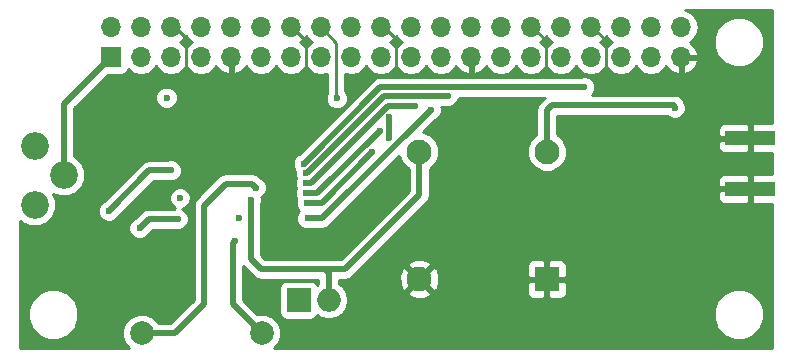
<source format=gbr>
G04 #@! TF.FileFunction,Copper,L2,Bot,Signal*
%FSLAX46Y46*%
G04 Gerber Fmt 4.6, Leading zero omitted, Abs format (unit mm)*
G04 Created by KiCad (PCBNEW 4.0.5) date 03/21/17 11:14:39*
%MOMM*%
%LPD*%
G01*
G04 APERTURE LIST*
%ADD10C,0.100000*%
%ADD11R,1.700000X1.700000*%
%ADD12O,1.700000X1.700000*%
%ADD13C,2.100000*%
%ADD14R,2.100000X2.100000*%
%ADD15C,1.998980*%
%ADD16O,1.998980X1.998980*%
%ADD17R,1.998980X1.998980*%
%ADD18C,2.340000*%
%ADD19R,4.191000X1.270000*%
%ADD20C,0.600000*%
%ADD21C,0.500000*%
%ADD22C,0.250000*%
%ADD23C,0.254000*%
G04 APERTURE END LIST*
D10*
D11*
X122618500Y-36068000D03*
D12*
X122618500Y-33528000D03*
X125158500Y-36068000D03*
X125158500Y-33528000D03*
X127698500Y-36068000D03*
X127698500Y-33528000D03*
X130238500Y-36068000D03*
X130238500Y-33528000D03*
X132778500Y-36068000D03*
X132778500Y-33528000D03*
X135318500Y-36068000D03*
X135318500Y-33528000D03*
X137858500Y-36068000D03*
X137858500Y-33528000D03*
X140398500Y-36068000D03*
X140398500Y-33528000D03*
X142938500Y-36068000D03*
X142938500Y-33528000D03*
X145478500Y-36068000D03*
X145478500Y-33528000D03*
X148018500Y-36068000D03*
X148018500Y-33528000D03*
X150558500Y-36068000D03*
X150558500Y-33528000D03*
X153098500Y-36068000D03*
X153098500Y-33528000D03*
X155638500Y-36068000D03*
X155638500Y-33528000D03*
X158178500Y-36068000D03*
X158178500Y-33528000D03*
X160718500Y-36068000D03*
X160718500Y-33528000D03*
X163258500Y-36068000D03*
X163258500Y-33528000D03*
X165798500Y-36068000D03*
X165798500Y-33528000D03*
X168338500Y-36068000D03*
X168338500Y-33528000D03*
X170878500Y-36068000D03*
X170878500Y-33528000D03*
D13*
X148717000Y-44069000D03*
X148717000Y-54869000D03*
D14*
X159517000Y-54869000D03*
D13*
X159517000Y-44069000D03*
D15*
X135366760Y-59436000D03*
X125206760Y-59436000D03*
D16*
X141033500Y-56642000D03*
D17*
X138493500Y-56642000D03*
D18*
X116141500Y-48561000D03*
X118641500Y-46061000D03*
X116141500Y-43561000D03*
D19*
X176720500Y-47231300D03*
X176720500Y-42938700D03*
D20*
X133477000Y-49657000D03*
X128460500Y-48006000D03*
X127317500Y-39497000D03*
X164147500Y-41529000D03*
X169989500Y-53784500D03*
X152273000Y-54864000D03*
X139382500Y-42227500D03*
X123888500Y-49593500D03*
X173672500Y-39814500D03*
X167005000Y-55880000D03*
X133985000Y-45148500D03*
X137287000Y-40068500D03*
X136271000Y-38862000D03*
X135572500Y-56324500D03*
X129222500Y-41084500D03*
X124269500Y-39116000D03*
X152527000Y-42608500D03*
X151765000Y-48831500D03*
X158178500Y-48831500D03*
X119507000Y-54165500D03*
X117221000Y-53276500D03*
X133096000Y-51625500D03*
X176720500Y-42938700D03*
X176720500Y-47231300D03*
X129476500Y-45021500D03*
X129095500Y-51054000D03*
X129476500Y-48450500D03*
X129730500Y-47688500D03*
X128270000Y-49784000D03*
X125031500Y-50546000D03*
X134874000Y-47117000D03*
X170370500Y-40386000D03*
X134429500Y-48133000D03*
X141732000Y-39560500D03*
X139192000Y-48387000D03*
X144716500Y-44132500D03*
X145351500Y-42291000D03*
X139128500Y-47561500D03*
X146177000Y-42926000D03*
X146177000Y-41148000D03*
X149669500Y-40513000D03*
X139255500Y-49720500D03*
X139128500Y-46736000D03*
X148336000Y-40195500D03*
X151130000Y-39370000D03*
X139128500Y-45910500D03*
X162687000Y-38608000D03*
X138938000Y-45085000D03*
X127698500Y-45656500D03*
X122428000Y-49085500D03*
D21*
X118641500Y-46061000D02*
X118641500Y-40045000D01*
X118641500Y-40045000D02*
X122618500Y-36068000D01*
X132905500Y-56974740D02*
X135366760Y-59436000D01*
X132905500Y-51816000D02*
X132905500Y-56974740D01*
X133096000Y-51625500D02*
X132905500Y-51816000D01*
D22*
X158178500Y-33528000D02*
X158305500Y-33528000D01*
X158305500Y-33528000D02*
X159448500Y-34671000D01*
X159448500Y-34671000D02*
X159448500Y-36957000D01*
X163258500Y-33528000D02*
X163385500Y-33528000D01*
X163385500Y-33528000D02*
X164528500Y-34671000D01*
X164528500Y-34671000D02*
X164528500Y-36893500D01*
X145478500Y-33528000D02*
X145732500Y-33528000D01*
X145732500Y-33528000D02*
X146748500Y-34544000D01*
X146748500Y-34544000D02*
X146748500Y-36893500D01*
X137858500Y-33528000D02*
X137922000Y-33528000D01*
X137922000Y-33528000D02*
X139128500Y-34734500D01*
X139128500Y-34734500D02*
X139128500Y-36893500D01*
X127698500Y-33528000D02*
X128016000Y-33528000D01*
X128016000Y-33528000D02*
X128968500Y-34480500D01*
X128968500Y-34480500D02*
X128968500Y-36830000D01*
D21*
X125793500Y-49784000D02*
X128270000Y-49784000D01*
X125031500Y-50546000D02*
X125793500Y-49784000D01*
X134874000Y-47117000D02*
X134556500Y-46799500D01*
X134556500Y-46799500D02*
X133858000Y-46799500D01*
X128016000Y-59436000D02*
X125206760Y-59436000D01*
X132334000Y-46799500D02*
X133858000Y-46799500D01*
X130492500Y-48641000D02*
X132334000Y-46799500D01*
X130492500Y-56959500D02*
X130492500Y-48641000D01*
X128016000Y-59436000D02*
X130492500Y-56959500D01*
X170243500Y-40132000D02*
X170243500Y-40259000D01*
X170243500Y-40259000D02*
X170370500Y-40386000D01*
X159517000Y-44069000D02*
X159517000Y-40571500D01*
X159956500Y-40132000D02*
X170243500Y-40132000D01*
X170243500Y-40132000D02*
X170307000Y-40132000D01*
X159517000Y-40571500D02*
X159956500Y-40132000D01*
X134429500Y-53149500D02*
X134429500Y-48133000D01*
X135318500Y-54038500D02*
X134429500Y-53149500D01*
X140716000Y-54038500D02*
X135318500Y-54038500D01*
X141033500Y-56642000D02*
X141033500Y-54356000D01*
X141033500Y-54356000D02*
X140716000Y-54038500D01*
X148717000Y-44069000D02*
X148717000Y-47752000D01*
X142430500Y-54038500D02*
X140716000Y-54038500D01*
X148717000Y-47752000D02*
X142430500Y-54038500D01*
D22*
X141668500Y-34861500D02*
X141668500Y-39243000D01*
X141668500Y-39243000D02*
X141732000Y-39560500D01*
X140398500Y-33528000D02*
X141668500Y-34861500D01*
D21*
X139192000Y-48387000D02*
X140462000Y-48387000D01*
X140462000Y-48387000D02*
X144716500Y-44132500D01*
X140081000Y-47561500D02*
X145351500Y-42291000D01*
X139128500Y-47561500D02*
X140081000Y-47561500D01*
X146177000Y-41148000D02*
X146177000Y-42926000D01*
X140462000Y-49720500D02*
X149669500Y-40513000D01*
X139255500Y-49720500D02*
X140462000Y-49720500D01*
X139128500Y-46736000D02*
X139509500Y-46736000D01*
X146050000Y-40195500D02*
X148336000Y-40195500D01*
X139509500Y-46736000D02*
X146050000Y-40195500D01*
X139192000Y-45910500D02*
X145732500Y-39370000D01*
X145732500Y-39370000D02*
X151130000Y-39370000D01*
X139128500Y-45910500D02*
X139192000Y-45910500D01*
X145415000Y-38608000D02*
X162687000Y-38608000D01*
X138938000Y-45085000D02*
X145415000Y-38608000D01*
X122428000Y-49085500D02*
X125857000Y-45656500D01*
X125857000Y-45656500D02*
X127698500Y-45656500D01*
D23*
G36*
X178550500Y-41668700D02*
X177006250Y-41668700D01*
X176847500Y-41827450D01*
X176847500Y-42811700D01*
X176867500Y-42811700D01*
X176867500Y-43065700D01*
X176847500Y-43065700D01*
X176847500Y-44049950D01*
X177006250Y-44208700D01*
X178550500Y-44208700D01*
X178550500Y-45961300D01*
X177006250Y-45961300D01*
X176847500Y-46120050D01*
X176847500Y-47104300D01*
X176867500Y-47104300D01*
X176867500Y-47358300D01*
X176847500Y-47358300D01*
X176847500Y-48342550D01*
X177006250Y-48501300D01*
X178550500Y-48501300D01*
X178550500Y-60694500D01*
X136419600Y-60694500D01*
X136751606Y-60363073D01*
X137000966Y-59762547D01*
X137001534Y-59112306D01*
X136753222Y-58511345D01*
X136293833Y-58051154D01*
X135693307Y-57801794D01*
X135043066Y-57801226D01*
X135000962Y-57818623D01*
X133790500Y-56608160D01*
X133790500Y-53755520D01*
X133803710Y-53775290D01*
X134692708Y-54664287D01*
X134692710Y-54664290D01*
X134979825Y-54856133D01*
X135036016Y-54867310D01*
X135318500Y-54923501D01*
X135318505Y-54923500D01*
X140148500Y-54923500D01*
X140148500Y-55283929D01*
X140056423Y-55345453D01*
X139957080Y-55191069D01*
X139744880Y-55046079D01*
X139492990Y-54995070D01*
X137494010Y-54995070D01*
X137258693Y-55039348D01*
X137042569Y-55178420D01*
X136897579Y-55390620D01*
X136846570Y-55642510D01*
X136846570Y-57641490D01*
X136890848Y-57876807D01*
X137029920Y-58092931D01*
X137242120Y-58237921D01*
X137494010Y-58288930D01*
X139492990Y-58288930D01*
X139728307Y-58244652D01*
X139944431Y-58105580D01*
X140057890Y-57939527D01*
X140375986Y-58152072D01*
X141001478Y-58276490D01*
X141065522Y-58276490D01*
X141091538Y-58271315D01*
X173632630Y-58271315D01*
X173956980Y-59056300D01*
X174557041Y-59657409D01*
X175341459Y-59983128D01*
X176190815Y-59983870D01*
X176975800Y-59659520D01*
X177576909Y-59059459D01*
X177902628Y-58275041D01*
X177903370Y-57425685D01*
X177579020Y-56640700D01*
X176978959Y-56039591D01*
X176194541Y-55713872D01*
X175345185Y-55713130D01*
X174560200Y-56037480D01*
X173959091Y-56637541D01*
X173633372Y-57421959D01*
X173632630Y-58271315D01*
X141091538Y-58271315D01*
X141691014Y-58152072D01*
X142221281Y-57797759D01*
X142575594Y-57267492D01*
X142700012Y-56642000D01*
X142583789Y-56057703D01*
X147707902Y-56057703D01*
X147812687Y-56329745D01*
X148440526Y-56564619D01*
X149110456Y-56541349D01*
X149621313Y-56329745D01*
X149726098Y-56057703D01*
X148717000Y-55048605D01*
X147707902Y-56057703D01*
X142583789Y-56057703D01*
X142575594Y-56016508D01*
X142221281Y-55486241D01*
X141918500Y-55283929D01*
X141918500Y-54923500D01*
X142430495Y-54923500D01*
X142430500Y-54923501D01*
X142712984Y-54867310D01*
X142769175Y-54856133D01*
X143056290Y-54664290D01*
X143128053Y-54592526D01*
X147021381Y-54592526D01*
X147044651Y-55262456D01*
X147256255Y-55773313D01*
X147528297Y-55878098D01*
X148537395Y-54869000D01*
X148896605Y-54869000D01*
X149905703Y-55878098D01*
X150177745Y-55773313D01*
X150409148Y-55154750D01*
X157832000Y-55154750D01*
X157832000Y-56045310D01*
X157928673Y-56278699D01*
X158107302Y-56457327D01*
X158340691Y-56554000D01*
X159231250Y-56554000D01*
X159390000Y-56395250D01*
X159390000Y-54996000D01*
X159644000Y-54996000D01*
X159644000Y-56395250D01*
X159802750Y-56554000D01*
X160693309Y-56554000D01*
X160926698Y-56457327D01*
X161105327Y-56278699D01*
X161202000Y-56045310D01*
X161202000Y-55154750D01*
X161043250Y-54996000D01*
X159644000Y-54996000D01*
X159390000Y-54996000D01*
X157990750Y-54996000D01*
X157832000Y-55154750D01*
X150409148Y-55154750D01*
X150412619Y-55145474D01*
X150389349Y-54475544D01*
X150177745Y-53964687D01*
X149905703Y-53859902D01*
X148896605Y-54869000D01*
X148537395Y-54869000D01*
X147528297Y-53859902D01*
X147256255Y-53964687D01*
X147021381Y-54592526D01*
X143128053Y-54592526D01*
X144040282Y-53680297D01*
X147707902Y-53680297D01*
X148717000Y-54689395D01*
X149713705Y-53692690D01*
X157832000Y-53692690D01*
X157832000Y-54583250D01*
X157990750Y-54742000D01*
X159390000Y-54742000D01*
X159390000Y-53342750D01*
X159644000Y-53342750D01*
X159644000Y-54742000D01*
X161043250Y-54742000D01*
X161202000Y-54583250D01*
X161202000Y-53692690D01*
X161105327Y-53459301D01*
X160926698Y-53280673D01*
X160693309Y-53184000D01*
X159802750Y-53184000D01*
X159644000Y-53342750D01*
X159390000Y-53342750D01*
X159231250Y-53184000D01*
X158340691Y-53184000D01*
X158107302Y-53280673D01*
X157928673Y-53459301D01*
X157832000Y-53692690D01*
X149713705Y-53692690D01*
X149726098Y-53680297D01*
X149621313Y-53408255D01*
X148993474Y-53173381D01*
X148323544Y-53196651D01*
X147812687Y-53408255D01*
X147707902Y-53680297D01*
X144040282Y-53680297D01*
X149342787Y-48377792D01*
X149342790Y-48377790D01*
X149506353Y-48133000D01*
X149534634Y-48090674D01*
X149602001Y-47752000D01*
X149602000Y-47751995D01*
X149602000Y-47517050D01*
X173990000Y-47517050D01*
X173990000Y-47992609D01*
X174086673Y-48225998D01*
X174265301Y-48404627D01*
X174498690Y-48501300D01*
X176434750Y-48501300D01*
X176593500Y-48342550D01*
X176593500Y-47358300D01*
X174148750Y-47358300D01*
X173990000Y-47517050D01*
X149602000Y-47517050D01*
X149602000Y-46469991D01*
X173990000Y-46469991D01*
X173990000Y-46945550D01*
X174148750Y-47104300D01*
X176593500Y-47104300D01*
X176593500Y-46120050D01*
X176434750Y-45961300D01*
X174498690Y-45961300D01*
X174265301Y-46057973D01*
X174086673Y-46236602D01*
X173990000Y-46469991D01*
X149602000Y-46469991D01*
X149602000Y-45526498D01*
X149670229Y-45498306D01*
X150144640Y-45024722D01*
X150401707Y-44405638D01*
X150402292Y-43735303D01*
X150146306Y-43115771D01*
X149672722Y-42641360D01*
X149053638Y-42384293D01*
X149049789Y-42384290D01*
X150078334Y-41355745D01*
X150198443Y-41306117D01*
X150461692Y-41043327D01*
X150604338Y-40699799D01*
X150604662Y-40327833D01*
X150574568Y-40255000D01*
X150823178Y-40255000D01*
X150943201Y-40304838D01*
X151315167Y-40305162D01*
X151658943Y-40163117D01*
X151922192Y-39900327D01*
X152064838Y-39556799D01*
X152064894Y-39493000D01*
X159350480Y-39493000D01*
X159330710Y-39506210D01*
X159330708Y-39506213D01*
X158891210Y-39945710D01*
X158699367Y-40232825D01*
X158693365Y-40263000D01*
X158631999Y-40571500D01*
X158632000Y-40571505D01*
X158632000Y-42611502D01*
X158563771Y-42639694D01*
X158089360Y-43113278D01*
X157832293Y-43732362D01*
X157831708Y-44402697D01*
X158087694Y-45022229D01*
X158561278Y-45496640D01*
X159180362Y-45753707D01*
X159850697Y-45754292D01*
X160470229Y-45498306D01*
X160944640Y-45024722D01*
X161201707Y-44405638D01*
X161202292Y-43735303D01*
X160991212Y-43224450D01*
X173990000Y-43224450D01*
X173990000Y-43700009D01*
X174086673Y-43933398D01*
X174265301Y-44112027D01*
X174498690Y-44208700D01*
X176434750Y-44208700D01*
X176593500Y-44049950D01*
X176593500Y-43065700D01*
X174148750Y-43065700D01*
X173990000Y-43224450D01*
X160991212Y-43224450D01*
X160946306Y-43115771D01*
X160472722Y-42641360D01*
X160402000Y-42611994D01*
X160402000Y-42177391D01*
X173990000Y-42177391D01*
X173990000Y-42652950D01*
X174148750Y-42811700D01*
X176593500Y-42811700D01*
X176593500Y-41827450D01*
X176434750Y-41668700D01*
X174498690Y-41668700D01*
X174265301Y-41765373D01*
X174086673Y-41944002D01*
X173990000Y-42177391D01*
X160402000Y-42177391D01*
X160402000Y-41017000D01*
X169679262Y-41017000D01*
X169840173Y-41178192D01*
X170183701Y-41320838D01*
X170555667Y-41321162D01*
X170899443Y-41179117D01*
X171162692Y-40916327D01*
X171305338Y-40572799D01*
X171305662Y-40200833D01*
X171163617Y-39857057D01*
X171130764Y-39824146D01*
X171124633Y-39793325D01*
X170932790Y-39506210D01*
X170645675Y-39314367D01*
X170307000Y-39247000D01*
X163370329Y-39247000D01*
X163479192Y-39138327D01*
X163621838Y-38794799D01*
X163622162Y-38422833D01*
X163480117Y-38079057D01*
X163217327Y-37815808D01*
X162873799Y-37673162D01*
X162501833Y-37672838D01*
X162380431Y-37723000D01*
X145415005Y-37723000D01*
X145415000Y-37722999D01*
X145076325Y-37790367D01*
X144789210Y-37982210D01*
X144789208Y-37982213D01*
X138529164Y-44242256D01*
X138409057Y-44291883D01*
X138145808Y-44554673D01*
X138003162Y-44898201D01*
X138002838Y-45270167D01*
X138144883Y-45613943D01*
X138211519Y-45680696D01*
X138193662Y-45723701D01*
X138193338Y-46095667D01*
X138287429Y-46323386D01*
X138193662Y-46549201D01*
X138193338Y-46921167D01*
X138287429Y-47148886D01*
X138193662Y-47374701D01*
X138193338Y-47746667D01*
X138319101Y-48051037D01*
X138257162Y-48200201D01*
X138256838Y-48572167D01*
X138398883Y-48915943D01*
X138568154Y-49085510D01*
X138463308Y-49190173D01*
X138320662Y-49533701D01*
X138320338Y-49905667D01*
X138462383Y-50249443D01*
X138725173Y-50512692D01*
X139068701Y-50655338D01*
X139440667Y-50655662D01*
X139562069Y-50605500D01*
X140461995Y-50605500D01*
X140462000Y-50605501D01*
X140761125Y-50546000D01*
X140800675Y-50538133D01*
X141087790Y-50346290D01*
X147031708Y-44402371D01*
X147031708Y-44402697D01*
X147287694Y-45022229D01*
X147761278Y-45496640D01*
X147832000Y-45526006D01*
X147832000Y-47385421D01*
X142063920Y-53153500D01*
X140716005Y-53153500D01*
X140716000Y-53153499D01*
X140715995Y-53153500D01*
X135685079Y-53153500D01*
X135314500Y-52782920D01*
X135314500Y-48439822D01*
X135364338Y-48319799D01*
X135364662Y-47947833D01*
X135356933Y-47929128D01*
X135402943Y-47910117D01*
X135666192Y-47647327D01*
X135808838Y-47303799D01*
X135809162Y-46931833D01*
X135667117Y-46588057D01*
X135404327Y-46324808D01*
X135283014Y-46274434D01*
X135182290Y-46173710D01*
X134895175Y-45981867D01*
X134835521Y-45970001D01*
X134556500Y-45914499D01*
X134556495Y-45914500D01*
X132334005Y-45914500D01*
X132334000Y-45914499D01*
X131995325Y-45981867D01*
X131708210Y-46173710D01*
X131708208Y-46173713D01*
X129866710Y-48015210D01*
X129674867Y-48302325D01*
X129674867Y-48302326D01*
X129607499Y-48641000D01*
X129607500Y-48641005D01*
X129607500Y-56592921D01*
X127649420Y-58551000D01*
X126609607Y-58551000D01*
X126593222Y-58511345D01*
X126133833Y-58051154D01*
X125533307Y-57801794D01*
X124883066Y-57801226D01*
X124282105Y-58049538D01*
X123821914Y-58508927D01*
X123572554Y-59109453D01*
X123571986Y-59759694D01*
X123820298Y-60360655D01*
X124153561Y-60694500D01*
X114946500Y-60694500D01*
X114946500Y-58271315D01*
X115593630Y-58271315D01*
X115917980Y-59056300D01*
X116518041Y-59657409D01*
X117302459Y-59983128D01*
X118151815Y-59983870D01*
X118936800Y-59659520D01*
X119537909Y-59059459D01*
X119863628Y-58275041D01*
X119864370Y-57425685D01*
X119540020Y-56640700D01*
X118939959Y-56039591D01*
X118155541Y-55713872D01*
X117306185Y-55713130D01*
X116521200Y-56037480D01*
X115920091Y-56637541D01*
X115594372Y-57421959D01*
X115593630Y-58271315D01*
X114946500Y-58271315D01*
X114946500Y-50731167D01*
X124096338Y-50731167D01*
X124238383Y-51074943D01*
X124501173Y-51338192D01*
X124844701Y-51480838D01*
X125216667Y-51481162D01*
X125560443Y-51339117D01*
X125823692Y-51076327D01*
X125874066Y-50955014D01*
X126160079Y-50669000D01*
X127963178Y-50669000D01*
X128083201Y-50718838D01*
X128455167Y-50719162D01*
X128798943Y-50577117D01*
X129062192Y-50314327D01*
X129204838Y-49970799D01*
X129205162Y-49598833D01*
X129063117Y-49255057D01*
X128800327Y-48991808D01*
X128662053Y-48934391D01*
X128989443Y-48799117D01*
X129252692Y-48536327D01*
X129395338Y-48192799D01*
X129395662Y-47820833D01*
X129253617Y-47477057D01*
X128990827Y-47213808D01*
X128647299Y-47071162D01*
X128275333Y-47070838D01*
X127931557Y-47212883D01*
X127668308Y-47475673D01*
X127525662Y-47819201D01*
X127525338Y-48191167D01*
X127667383Y-48534943D01*
X127930173Y-48798192D01*
X128068447Y-48855609D01*
X127963431Y-48899000D01*
X125793505Y-48899000D01*
X125793500Y-48898999D01*
X125511016Y-48955190D01*
X125454825Y-48966367D01*
X125167710Y-49158210D01*
X125167708Y-49158213D01*
X124622665Y-49703256D01*
X124502557Y-49752883D01*
X124239308Y-50015673D01*
X124096662Y-50359201D01*
X124096338Y-50731167D01*
X114946500Y-50731167D01*
X114946500Y-49918798D01*
X115117715Y-50090312D01*
X115780888Y-50365686D01*
X116498962Y-50366313D01*
X117162615Y-50092097D01*
X117670812Y-49584785D01*
X117801245Y-49270667D01*
X121492838Y-49270667D01*
X121634883Y-49614443D01*
X121897673Y-49877692D01*
X122241201Y-50020338D01*
X122613167Y-50020662D01*
X122956943Y-49878617D01*
X123220192Y-49615827D01*
X123270566Y-49494514D01*
X126223579Y-46541500D01*
X127391678Y-46541500D01*
X127511701Y-46591338D01*
X127883667Y-46591662D01*
X128227443Y-46449617D01*
X128490692Y-46186827D01*
X128633338Y-45843299D01*
X128633662Y-45471333D01*
X128491617Y-45127557D01*
X128228827Y-44864308D01*
X127885299Y-44721662D01*
X127513333Y-44721338D01*
X127391931Y-44771500D01*
X125857000Y-44771500D01*
X125518325Y-44838867D01*
X125231210Y-45030710D01*
X125231208Y-45030713D01*
X122019164Y-48242756D01*
X121899057Y-48292383D01*
X121635808Y-48555173D01*
X121493162Y-48898701D01*
X121492838Y-49270667D01*
X117801245Y-49270667D01*
X117946186Y-48921612D01*
X117946813Y-48203538D01*
X117709115Y-47628265D01*
X118280888Y-47865686D01*
X118998962Y-47866313D01*
X119662615Y-47592097D01*
X120170812Y-47084785D01*
X120446186Y-46421612D01*
X120446813Y-45703538D01*
X120172597Y-45039885D01*
X119665285Y-44531688D01*
X119526500Y-44474059D01*
X119526500Y-40411580D01*
X120255912Y-39682167D01*
X126382338Y-39682167D01*
X126524383Y-40025943D01*
X126787173Y-40289192D01*
X127130701Y-40431838D01*
X127502667Y-40432162D01*
X127846443Y-40290117D01*
X128109692Y-40027327D01*
X128252338Y-39683799D01*
X128252662Y-39311833D01*
X128110617Y-38968057D01*
X127847827Y-38704808D01*
X127504299Y-38562162D01*
X127132333Y-38561838D01*
X126788557Y-38703883D01*
X126525308Y-38966673D01*
X126382662Y-39310201D01*
X126382338Y-39682167D01*
X120255912Y-39682167D01*
X122372639Y-37565440D01*
X123468500Y-37565440D01*
X123703817Y-37521162D01*
X123919941Y-37382090D01*
X124064931Y-37169890D01*
X124078586Y-37102459D01*
X124108446Y-37147147D01*
X124590215Y-37469054D01*
X125158500Y-37582093D01*
X125726785Y-37469054D01*
X126208554Y-37147147D01*
X126428500Y-36817974D01*
X126648446Y-37147147D01*
X127130215Y-37469054D01*
X127698500Y-37582093D01*
X128266785Y-37469054D01*
X128748554Y-37147147D01*
X128968500Y-36817974D01*
X129188446Y-37147147D01*
X129670215Y-37469054D01*
X130238500Y-37582093D01*
X130806785Y-37469054D01*
X131288554Y-37147147D01*
X131516202Y-36806447D01*
X131583317Y-36949358D01*
X132011576Y-37339645D01*
X132421610Y-37509476D01*
X132651500Y-37388155D01*
X132651500Y-36195000D01*
X132631500Y-36195000D01*
X132631500Y-35941000D01*
X132651500Y-35941000D01*
X132651500Y-35921000D01*
X132905500Y-35921000D01*
X132905500Y-35941000D01*
X132925500Y-35941000D01*
X132925500Y-36195000D01*
X132905500Y-36195000D01*
X132905500Y-37388155D01*
X133135390Y-37509476D01*
X133545424Y-37339645D01*
X133973683Y-36949358D01*
X134040798Y-36806447D01*
X134268446Y-37147147D01*
X134750215Y-37469054D01*
X135318500Y-37582093D01*
X135886785Y-37469054D01*
X136368554Y-37147147D01*
X136588500Y-36817974D01*
X136808446Y-37147147D01*
X137290215Y-37469054D01*
X137858500Y-37582093D01*
X138426785Y-37469054D01*
X138908554Y-37147147D01*
X139128500Y-36817974D01*
X139348446Y-37147147D01*
X139830215Y-37469054D01*
X140398500Y-37582093D01*
X140908500Y-37480648D01*
X140908500Y-39105571D01*
X140797162Y-39373701D01*
X140796838Y-39745667D01*
X140938883Y-40089443D01*
X141201673Y-40352692D01*
X141545201Y-40495338D01*
X141917167Y-40495662D01*
X142260943Y-40353617D01*
X142524192Y-40090827D01*
X142666838Y-39747299D01*
X142667162Y-39375333D01*
X142525117Y-39031557D01*
X142428500Y-38934771D01*
X142428500Y-37480648D01*
X142938500Y-37582093D01*
X143506785Y-37469054D01*
X143988554Y-37147147D01*
X144208500Y-36817974D01*
X144428446Y-37147147D01*
X144910215Y-37469054D01*
X145478500Y-37582093D01*
X146046785Y-37469054D01*
X146528554Y-37147147D01*
X146748500Y-36817974D01*
X146968446Y-37147147D01*
X147450215Y-37469054D01*
X148018500Y-37582093D01*
X148586785Y-37469054D01*
X149068554Y-37147147D01*
X149288500Y-36817974D01*
X149508446Y-37147147D01*
X149990215Y-37469054D01*
X150558500Y-37582093D01*
X151126785Y-37469054D01*
X151608554Y-37147147D01*
X151836202Y-36806447D01*
X151903317Y-36949358D01*
X152331576Y-37339645D01*
X152741610Y-37509476D01*
X152971500Y-37388155D01*
X152971500Y-36195000D01*
X152951500Y-36195000D01*
X152951500Y-35941000D01*
X152971500Y-35941000D01*
X152971500Y-35921000D01*
X153225500Y-35921000D01*
X153225500Y-35941000D01*
X153245500Y-35941000D01*
X153245500Y-36195000D01*
X153225500Y-36195000D01*
X153225500Y-37388155D01*
X153455390Y-37509476D01*
X153865424Y-37339645D01*
X154293683Y-36949358D01*
X154360798Y-36806447D01*
X154588446Y-37147147D01*
X155070215Y-37469054D01*
X155638500Y-37582093D01*
X156206785Y-37469054D01*
X156688554Y-37147147D01*
X156908500Y-36817974D01*
X157128446Y-37147147D01*
X157610215Y-37469054D01*
X158178500Y-37582093D01*
X158746785Y-37469054D01*
X159228554Y-37147147D01*
X159448500Y-36817974D01*
X159668446Y-37147147D01*
X160150215Y-37469054D01*
X160718500Y-37582093D01*
X161286785Y-37469054D01*
X161768554Y-37147147D01*
X161988500Y-36817974D01*
X162208446Y-37147147D01*
X162690215Y-37469054D01*
X163258500Y-37582093D01*
X163826785Y-37469054D01*
X164308554Y-37147147D01*
X164528500Y-36817974D01*
X164748446Y-37147147D01*
X165230215Y-37469054D01*
X165798500Y-37582093D01*
X166366785Y-37469054D01*
X166848554Y-37147147D01*
X167068500Y-36817974D01*
X167288446Y-37147147D01*
X167770215Y-37469054D01*
X168338500Y-37582093D01*
X168906785Y-37469054D01*
X169388554Y-37147147D01*
X169616202Y-36806447D01*
X169683317Y-36949358D01*
X170111576Y-37339645D01*
X170521610Y-37509476D01*
X170751500Y-37388155D01*
X170751500Y-36195000D01*
X171005500Y-36195000D01*
X171005500Y-37388155D01*
X171235390Y-37509476D01*
X171645424Y-37339645D01*
X172073683Y-36949358D01*
X172319986Y-36424892D01*
X172199319Y-36195000D01*
X171005500Y-36195000D01*
X170751500Y-36195000D01*
X170731500Y-36195000D01*
X170731500Y-35941000D01*
X170751500Y-35941000D01*
X170751500Y-35921000D01*
X171005500Y-35921000D01*
X171005500Y-35941000D01*
X172199319Y-35941000D01*
X172319986Y-35711108D01*
X172089732Y-35220815D01*
X173632630Y-35220815D01*
X173956980Y-36005800D01*
X174557041Y-36606909D01*
X175341459Y-36932628D01*
X176190815Y-36933370D01*
X176975800Y-36609020D01*
X177576909Y-36008959D01*
X177902628Y-35224541D01*
X177903370Y-34375185D01*
X177579020Y-33590200D01*
X176978959Y-32989091D01*
X176194541Y-32663372D01*
X175345185Y-32662630D01*
X174560200Y-32986980D01*
X173959091Y-33587041D01*
X173633372Y-34371459D01*
X173632630Y-35220815D01*
X172089732Y-35220815D01*
X172073683Y-35186642D01*
X171645424Y-34796355D01*
X171645399Y-34796345D01*
X171928554Y-34607147D01*
X172250461Y-34125378D01*
X172363500Y-33557093D01*
X172363500Y-33498907D01*
X172250461Y-32930622D01*
X171928554Y-32448853D01*
X171446785Y-32126946D01*
X171205744Y-32079000D01*
X178550500Y-32079000D01*
X178550500Y-41668700D01*
X178550500Y-41668700D01*
G37*
X178550500Y-41668700D02*
X177006250Y-41668700D01*
X176847500Y-41827450D01*
X176847500Y-42811700D01*
X176867500Y-42811700D01*
X176867500Y-43065700D01*
X176847500Y-43065700D01*
X176847500Y-44049950D01*
X177006250Y-44208700D01*
X178550500Y-44208700D01*
X178550500Y-45961300D01*
X177006250Y-45961300D01*
X176847500Y-46120050D01*
X176847500Y-47104300D01*
X176867500Y-47104300D01*
X176867500Y-47358300D01*
X176847500Y-47358300D01*
X176847500Y-48342550D01*
X177006250Y-48501300D01*
X178550500Y-48501300D01*
X178550500Y-60694500D01*
X136419600Y-60694500D01*
X136751606Y-60363073D01*
X137000966Y-59762547D01*
X137001534Y-59112306D01*
X136753222Y-58511345D01*
X136293833Y-58051154D01*
X135693307Y-57801794D01*
X135043066Y-57801226D01*
X135000962Y-57818623D01*
X133790500Y-56608160D01*
X133790500Y-53755520D01*
X133803710Y-53775290D01*
X134692708Y-54664287D01*
X134692710Y-54664290D01*
X134979825Y-54856133D01*
X135036016Y-54867310D01*
X135318500Y-54923501D01*
X135318505Y-54923500D01*
X140148500Y-54923500D01*
X140148500Y-55283929D01*
X140056423Y-55345453D01*
X139957080Y-55191069D01*
X139744880Y-55046079D01*
X139492990Y-54995070D01*
X137494010Y-54995070D01*
X137258693Y-55039348D01*
X137042569Y-55178420D01*
X136897579Y-55390620D01*
X136846570Y-55642510D01*
X136846570Y-57641490D01*
X136890848Y-57876807D01*
X137029920Y-58092931D01*
X137242120Y-58237921D01*
X137494010Y-58288930D01*
X139492990Y-58288930D01*
X139728307Y-58244652D01*
X139944431Y-58105580D01*
X140057890Y-57939527D01*
X140375986Y-58152072D01*
X141001478Y-58276490D01*
X141065522Y-58276490D01*
X141091538Y-58271315D01*
X173632630Y-58271315D01*
X173956980Y-59056300D01*
X174557041Y-59657409D01*
X175341459Y-59983128D01*
X176190815Y-59983870D01*
X176975800Y-59659520D01*
X177576909Y-59059459D01*
X177902628Y-58275041D01*
X177903370Y-57425685D01*
X177579020Y-56640700D01*
X176978959Y-56039591D01*
X176194541Y-55713872D01*
X175345185Y-55713130D01*
X174560200Y-56037480D01*
X173959091Y-56637541D01*
X173633372Y-57421959D01*
X173632630Y-58271315D01*
X141091538Y-58271315D01*
X141691014Y-58152072D01*
X142221281Y-57797759D01*
X142575594Y-57267492D01*
X142700012Y-56642000D01*
X142583789Y-56057703D01*
X147707902Y-56057703D01*
X147812687Y-56329745D01*
X148440526Y-56564619D01*
X149110456Y-56541349D01*
X149621313Y-56329745D01*
X149726098Y-56057703D01*
X148717000Y-55048605D01*
X147707902Y-56057703D01*
X142583789Y-56057703D01*
X142575594Y-56016508D01*
X142221281Y-55486241D01*
X141918500Y-55283929D01*
X141918500Y-54923500D01*
X142430495Y-54923500D01*
X142430500Y-54923501D01*
X142712984Y-54867310D01*
X142769175Y-54856133D01*
X143056290Y-54664290D01*
X143128053Y-54592526D01*
X147021381Y-54592526D01*
X147044651Y-55262456D01*
X147256255Y-55773313D01*
X147528297Y-55878098D01*
X148537395Y-54869000D01*
X148896605Y-54869000D01*
X149905703Y-55878098D01*
X150177745Y-55773313D01*
X150409148Y-55154750D01*
X157832000Y-55154750D01*
X157832000Y-56045310D01*
X157928673Y-56278699D01*
X158107302Y-56457327D01*
X158340691Y-56554000D01*
X159231250Y-56554000D01*
X159390000Y-56395250D01*
X159390000Y-54996000D01*
X159644000Y-54996000D01*
X159644000Y-56395250D01*
X159802750Y-56554000D01*
X160693309Y-56554000D01*
X160926698Y-56457327D01*
X161105327Y-56278699D01*
X161202000Y-56045310D01*
X161202000Y-55154750D01*
X161043250Y-54996000D01*
X159644000Y-54996000D01*
X159390000Y-54996000D01*
X157990750Y-54996000D01*
X157832000Y-55154750D01*
X150409148Y-55154750D01*
X150412619Y-55145474D01*
X150389349Y-54475544D01*
X150177745Y-53964687D01*
X149905703Y-53859902D01*
X148896605Y-54869000D01*
X148537395Y-54869000D01*
X147528297Y-53859902D01*
X147256255Y-53964687D01*
X147021381Y-54592526D01*
X143128053Y-54592526D01*
X144040282Y-53680297D01*
X147707902Y-53680297D01*
X148717000Y-54689395D01*
X149713705Y-53692690D01*
X157832000Y-53692690D01*
X157832000Y-54583250D01*
X157990750Y-54742000D01*
X159390000Y-54742000D01*
X159390000Y-53342750D01*
X159644000Y-53342750D01*
X159644000Y-54742000D01*
X161043250Y-54742000D01*
X161202000Y-54583250D01*
X161202000Y-53692690D01*
X161105327Y-53459301D01*
X160926698Y-53280673D01*
X160693309Y-53184000D01*
X159802750Y-53184000D01*
X159644000Y-53342750D01*
X159390000Y-53342750D01*
X159231250Y-53184000D01*
X158340691Y-53184000D01*
X158107302Y-53280673D01*
X157928673Y-53459301D01*
X157832000Y-53692690D01*
X149713705Y-53692690D01*
X149726098Y-53680297D01*
X149621313Y-53408255D01*
X148993474Y-53173381D01*
X148323544Y-53196651D01*
X147812687Y-53408255D01*
X147707902Y-53680297D01*
X144040282Y-53680297D01*
X149342787Y-48377792D01*
X149342790Y-48377790D01*
X149506353Y-48133000D01*
X149534634Y-48090674D01*
X149602001Y-47752000D01*
X149602000Y-47751995D01*
X149602000Y-47517050D01*
X173990000Y-47517050D01*
X173990000Y-47992609D01*
X174086673Y-48225998D01*
X174265301Y-48404627D01*
X174498690Y-48501300D01*
X176434750Y-48501300D01*
X176593500Y-48342550D01*
X176593500Y-47358300D01*
X174148750Y-47358300D01*
X173990000Y-47517050D01*
X149602000Y-47517050D01*
X149602000Y-46469991D01*
X173990000Y-46469991D01*
X173990000Y-46945550D01*
X174148750Y-47104300D01*
X176593500Y-47104300D01*
X176593500Y-46120050D01*
X176434750Y-45961300D01*
X174498690Y-45961300D01*
X174265301Y-46057973D01*
X174086673Y-46236602D01*
X173990000Y-46469991D01*
X149602000Y-46469991D01*
X149602000Y-45526498D01*
X149670229Y-45498306D01*
X150144640Y-45024722D01*
X150401707Y-44405638D01*
X150402292Y-43735303D01*
X150146306Y-43115771D01*
X149672722Y-42641360D01*
X149053638Y-42384293D01*
X149049789Y-42384290D01*
X150078334Y-41355745D01*
X150198443Y-41306117D01*
X150461692Y-41043327D01*
X150604338Y-40699799D01*
X150604662Y-40327833D01*
X150574568Y-40255000D01*
X150823178Y-40255000D01*
X150943201Y-40304838D01*
X151315167Y-40305162D01*
X151658943Y-40163117D01*
X151922192Y-39900327D01*
X152064838Y-39556799D01*
X152064894Y-39493000D01*
X159350480Y-39493000D01*
X159330710Y-39506210D01*
X159330708Y-39506213D01*
X158891210Y-39945710D01*
X158699367Y-40232825D01*
X158693365Y-40263000D01*
X158631999Y-40571500D01*
X158632000Y-40571505D01*
X158632000Y-42611502D01*
X158563771Y-42639694D01*
X158089360Y-43113278D01*
X157832293Y-43732362D01*
X157831708Y-44402697D01*
X158087694Y-45022229D01*
X158561278Y-45496640D01*
X159180362Y-45753707D01*
X159850697Y-45754292D01*
X160470229Y-45498306D01*
X160944640Y-45024722D01*
X161201707Y-44405638D01*
X161202292Y-43735303D01*
X160991212Y-43224450D01*
X173990000Y-43224450D01*
X173990000Y-43700009D01*
X174086673Y-43933398D01*
X174265301Y-44112027D01*
X174498690Y-44208700D01*
X176434750Y-44208700D01*
X176593500Y-44049950D01*
X176593500Y-43065700D01*
X174148750Y-43065700D01*
X173990000Y-43224450D01*
X160991212Y-43224450D01*
X160946306Y-43115771D01*
X160472722Y-42641360D01*
X160402000Y-42611994D01*
X160402000Y-42177391D01*
X173990000Y-42177391D01*
X173990000Y-42652950D01*
X174148750Y-42811700D01*
X176593500Y-42811700D01*
X176593500Y-41827450D01*
X176434750Y-41668700D01*
X174498690Y-41668700D01*
X174265301Y-41765373D01*
X174086673Y-41944002D01*
X173990000Y-42177391D01*
X160402000Y-42177391D01*
X160402000Y-41017000D01*
X169679262Y-41017000D01*
X169840173Y-41178192D01*
X170183701Y-41320838D01*
X170555667Y-41321162D01*
X170899443Y-41179117D01*
X171162692Y-40916327D01*
X171305338Y-40572799D01*
X171305662Y-40200833D01*
X171163617Y-39857057D01*
X171130764Y-39824146D01*
X171124633Y-39793325D01*
X170932790Y-39506210D01*
X170645675Y-39314367D01*
X170307000Y-39247000D01*
X163370329Y-39247000D01*
X163479192Y-39138327D01*
X163621838Y-38794799D01*
X163622162Y-38422833D01*
X163480117Y-38079057D01*
X163217327Y-37815808D01*
X162873799Y-37673162D01*
X162501833Y-37672838D01*
X162380431Y-37723000D01*
X145415005Y-37723000D01*
X145415000Y-37722999D01*
X145076325Y-37790367D01*
X144789210Y-37982210D01*
X144789208Y-37982213D01*
X138529164Y-44242256D01*
X138409057Y-44291883D01*
X138145808Y-44554673D01*
X138003162Y-44898201D01*
X138002838Y-45270167D01*
X138144883Y-45613943D01*
X138211519Y-45680696D01*
X138193662Y-45723701D01*
X138193338Y-46095667D01*
X138287429Y-46323386D01*
X138193662Y-46549201D01*
X138193338Y-46921167D01*
X138287429Y-47148886D01*
X138193662Y-47374701D01*
X138193338Y-47746667D01*
X138319101Y-48051037D01*
X138257162Y-48200201D01*
X138256838Y-48572167D01*
X138398883Y-48915943D01*
X138568154Y-49085510D01*
X138463308Y-49190173D01*
X138320662Y-49533701D01*
X138320338Y-49905667D01*
X138462383Y-50249443D01*
X138725173Y-50512692D01*
X139068701Y-50655338D01*
X139440667Y-50655662D01*
X139562069Y-50605500D01*
X140461995Y-50605500D01*
X140462000Y-50605501D01*
X140761125Y-50546000D01*
X140800675Y-50538133D01*
X141087790Y-50346290D01*
X147031708Y-44402371D01*
X147031708Y-44402697D01*
X147287694Y-45022229D01*
X147761278Y-45496640D01*
X147832000Y-45526006D01*
X147832000Y-47385421D01*
X142063920Y-53153500D01*
X140716005Y-53153500D01*
X140716000Y-53153499D01*
X140715995Y-53153500D01*
X135685079Y-53153500D01*
X135314500Y-52782920D01*
X135314500Y-48439822D01*
X135364338Y-48319799D01*
X135364662Y-47947833D01*
X135356933Y-47929128D01*
X135402943Y-47910117D01*
X135666192Y-47647327D01*
X135808838Y-47303799D01*
X135809162Y-46931833D01*
X135667117Y-46588057D01*
X135404327Y-46324808D01*
X135283014Y-46274434D01*
X135182290Y-46173710D01*
X134895175Y-45981867D01*
X134835521Y-45970001D01*
X134556500Y-45914499D01*
X134556495Y-45914500D01*
X132334005Y-45914500D01*
X132334000Y-45914499D01*
X131995325Y-45981867D01*
X131708210Y-46173710D01*
X131708208Y-46173713D01*
X129866710Y-48015210D01*
X129674867Y-48302325D01*
X129674867Y-48302326D01*
X129607499Y-48641000D01*
X129607500Y-48641005D01*
X129607500Y-56592921D01*
X127649420Y-58551000D01*
X126609607Y-58551000D01*
X126593222Y-58511345D01*
X126133833Y-58051154D01*
X125533307Y-57801794D01*
X124883066Y-57801226D01*
X124282105Y-58049538D01*
X123821914Y-58508927D01*
X123572554Y-59109453D01*
X123571986Y-59759694D01*
X123820298Y-60360655D01*
X124153561Y-60694500D01*
X114946500Y-60694500D01*
X114946500Y-58271315D01*
X115593630Y-58271315D01*
X115917980Y-59056300D01*
X116518041Y-59657409D01*
X117302459Y-59983128D01*
X118151815Y-59983870D01*
X118936800Y-59659520D01*
X119537909Y-59059459D01*
X119863628Y-58275041D01*
X119864370Y-57425685D01*
X119540020Y-56640700D01*
X118939959Y-56039591D01*
X118155541Y-55713872D01*
X117306185Y-55713130D01*
X116521200Y-56037480D01*
X115920091Y-56637541D01*
X115594372Y-57421959D01*
X115593630Y-58271315D01*
X114946500Y-58271315D01*
X114946500Y-50731167D01*
X124096338Y-50731167D01*
X124238383Y-51074943D01*
X124501173Y-51338192D01*
X124844701Y-51480838D01*
X125216667Y-51481162D01*
X125560443Y-51339117D01*
X125823692Y-51076327D01*
X125874066Y-50955014D01*
X126160079Y-50669000D01*
X127963178Y-50669000D01*
X128083201Y-50718838D01*
X128455167Y-50719162D01*
X128798943Y-50577117D01*
X129062192Y-50314327D01*
X129204838Y-49970799D01*
X129205162Y-49598833D01*
X129063117Y-49255057D01*
X128800327Y-48991808D01*
X128662053Y-48934391D01*
X128989443Y-48799117D01*
X129252692Y-48536327D01*
X129395338Y-48192799D01*
X129395662Y-47820833D01*
X129253617Y-47477057D01*
X128990827Y-47213808D01*
X128647299Y-47071162D01*
X128275333Y-47070838D01*
X127931557Y-47212883D01*
X127668308Y-47475673D01*
X127525662Y-47819201D01*
X127525338Y-48191167D01*
X127667383Y-48534943D01*
X127930173Y-48798192D01*
X128068447Y-48855609D01*
X127963431Y-48899000D01*
X125793505Y-48899000D01*
X125793500Y-48898999D01*
X125511016Y-48955190D01*
X125454825Y-48966367D01*
X125167710Y-49158210D01*
X125167708Y-49158213D01*
X124622665Y-49703256D01*
X124502557Y-49752883D01*
X124239308Y-50015673D01*
X124096662Y-50359201D01*
X124096338Y-50731167D01*
X114946500Y-50731167D01*
X114946500Y-49918798D01*
X115117715Y-50090312D01*
X115780888Y-50365686D01*
X116498962Y-50366313D01*
X117162615Y-50092097D01*
X117670812Y-49584785D01*
X117801245Y-49270667D01*
X121492838Y-49270667D01*
X121634883Y-49614443D01*
X121897673Y-49877692D01*
X122241201Y-50020338D01*
X122613167Y-50020662D01*
X122956943Y-49878617D01*
X123220192Y-49615827D01*
X123270566Y-49494514D01*
X126223579Y-46541500D01*
X127391678Y-46541500D01*
X127511701Y-46591338D01*
X127883667Y-46591662D01*
X128227443Y-46449617D01*
X128490692Y-46186827D01*
X128633338Y-45843299D01*
X128633662Y-45471333D01*
X128491617Y-45127557D01*
X128228827Y-44864308D01*
X127885299Y-44721662D01*
X127513333Y-44721338D01*
X127391931Y-44771500D01*
X125857000Y-44771500D01*
X125518325Y-44838867D01*
X125231210Y-45030710D01*
X125231208Y-45030713D01*
X122019164Y-48242756D01*
X121899057Y-48292383D01*
X121635808Y-48555173D01*
X121493162Y-48898701D01*
X121492838Y-49270667D01*
X117801245Y-49270667D01*
X117946186Y-48921612D01*
X117946813Y-48203538D01*
X117709115Y-47628265D01*
X118280888Y-47865686D01*
X118998962Y-47866313D01*
X119662615Y-47592097D01*
X120170812Y-47084785D01*
X120446186Y-46421612D01*
X120446813Y-45703538D01*
X120172597Y-45039885D01*
X119665285Y-44531688D01*
X119526500Y-44474059D01*
X119526500Y-40411580D01*
X120255912Y-39682167D01*
X126382338Y-39682167D01*
X126524383Y-40025943D01*
X126787173Y-40289192D01*
X127130701Y-40431838D01*
X127502667Y-40432162D01*
X127846443Y-40290117D01*
X128109692Y-40027327D01*
X128252338Y-39683799D01*
X128252662Y-39311833D01*
X128110617Y-38968057D01*
X127847827Y-38704808D01*
X127504299Y-38562162D01*
X127132333Y-38561838D01*
X126788557Y-38703883D01*
X126525308Y-38966673D01*
X126382662Y-39310201D01*
X126382338Y-39682167D01*
X120255912Y-39682167D01*
X122372639Y-37565440D01*
X123468500Y-37565440D01*
X123703817Y-37521162D01*
X123919941Y-37382090D01*
X124064931Y-37169890D01*
X124078586Y-37102459D01*
X124108446Y-37147147D01*
X124590215Y-37469054D01*
X125158500Y-37582093D01*
X125726785Y-37469054D01*
X126208554Y-37147147D01*
X126428500Y-36817974D01*
X126648446Y-37147147D01*
X127130215Y-37469054D01*
X127698500Y-37582093D01*
X128266785Y-37469054D01*
X128748554Y-37147147D01*
X128968500Y-36817974D01*
X129188446Y-37147147D01*
X129670215Y-37469054D01*
X130238500Y-37582093D01*
X130806785Y-37469054D01*
X131288554Y-37147147D01*
X131516202Y-36806447D01*
X131583317Y-36949358D01*
X132011576Y-37339645D01*
X132421610Y-37509476D01*
X132651500Y-37388155D01*
X132651500Y-36195000D01*
X132631500Y-36195000D01*
X132631500Y-35941000D01*
X132651500Y-35941000D01*
X132651500Y-35921000D01*
X132905500Y-35921000D01*
X132905500Y-35941000D01*
X132925500Y-35941000D01*
X132925500Y-36195000D01*
X132905500Y-36195000D01*
X132905500Y-37388155D01*
X133135390Y-37509476D01*
X133545424Y-37339645D01*
X133973683Y-36949358D01*
X134040798Y-36806447D01*
X134268446Y-37147147D01*
X134750215Y-37469054D01*
X135318500Y-37582093D01*
X135886785Y-37469054D01*
X136368554Y-37147147D01*
X136588500Y-36817974D01*
X136808446Y-37147147D01*
X137290215Y-37469054D01*
X137858500Y-37582093D01*
X138426785Y-37469054D01*
X138908554Y-37147147D01*
X139128500Y-36817974D01*
X139348446Y-37147147D01*
X139830215Y-37469054D01*
X140398500Y-37582093D01*
X140908500Y-37480648D01*
X140908500Y-39105571D01*
X140797162Y-39373701D01*
X140796838Y-39745667D01*
X140938883Y-40089443D01*
X141201673Y-40352692D01*
X141545201Y-40495338D01*
X141917167Y-40495662D01*
X142260943Y-40353617D01*
X142524192Y-40090827D01*
X142666838Y-39747299D01*
X142667162Y-39375333D01*
X142525117Y-39031557D01*
X142428500Y-38934771D01*
X142428500Y-37480648D01*
X142938500Y-37582093D01*
X143506785Y-37469054D01*
X143988554Y-37147147D01*
X144208500Y-36817974D01*
X144428446Y-37147147D01*
X144910215Y-37469054D01*
X145478500Y-37582093D01*
X146046785Y-37469054D01*
X146528554Y-37147147D01*
X146748500Y-36817974D01*
X146968446Y-37147147D01*
X147450215Y-37469054D01*
X148018500Y-37582093D01*
X148586785Y-37469054D01*
X149068554Y-37147147D01*
X149288500Y-36817974D01*
X149508446Y-37147147D01*
X149990215Y-37469054D01*
X150558500Y-37582093D01*
X151126785Y-37469054D01*
X151608554Y-37147147D01*
X151836202Y-36806447D01*
X151903317Y-36949358D01*
X152331576Y-37339645D01*
X152741610Y-37509476D01*
X152971500Y-37388155D01*
X152971500Y-36195000D01*
X152951500Y-36195000D01*
X152951500Y-35941000D01*
X152971500Y-35941000D01*
X152971500Y-35921000D01*
X153225500Y-35921000D01*
X153225500Y-35941000D01*
X153245500Y-35941000D01*
X153245500Y-36195000D01*
X153225500Y-36195000D01*
X153225500Y-37388155D01*
X153455390Y-37509476D01*
X153865424Y-37339645D01*
X154293683Y-36949358D01*
X154360798Y-36806447D01*
X154588446Y-37147147D01*
X155070215Y-37469054D01*
X155638500Y-37582093D01*
X156206785Y-37469054D01*
X156688554Y-37147147D01*
X156908500Y-36817974D01*
X157128446Y-37147147D01*
X157610215Y-37469054D01*
X158178500Y-37582093D01*
X158746785Y-37469054D01*
X159228554Y-37147147D01*
X159448500Y-36817974D01*
X159668446Y-37147147D01*
X160150215Y-37469054D01*
X160718500Y-37582093D01*
X161286785Y-37469054D01*
X161768554Y-37147147D01*
X161988500Y-36817974D01*
X162208446Y-37147147D01*
X162690215Y-37469054D01*
X163258500Y-37582093D01*
X163826785Y-37469054D01*
X164308554Y-37147147D01*
X164528500Y-36817974D01*
X164748446Y-37147147D01*
X165230215Y-37469054D01*
X165798500Y-37582093D01*
X166366785Y-37469054D01*
X166848554Y-37147147D01*
X167068500Y-36817974D01*
X167288446Y-37147147D01*
X167770215Y-37469054D01*
X168338500Y-37582093D01*
X168906785Y-37469054D01*
X169388554Y-37147147D01*
X169616202Y-36806447D01*
X169683317Y-36949358D01*
X170111576Y-37339645D01*
X170521610Y-37509476D01*
X170751500Y-37388155D01*
X170751500Y-36195000D01*
X171005500Y-36195000D01*
X171005500Y-37388155D01*
X171235390Y-37509476D01*
X171645424Y-37339645D01*
X172073683Y-36949358D01*
X172319986Y-36424892D01*
X172199319Y-36195000D01*
X171005500Y-36195000D01*
X170751500Y-36195000D01*
X170731500Y-36195000D01*
X170731500Y-35941000D01*
X170751500Y-35941000D01*
X170751500Y-35921000D01*
X171005500Y-35921000D01*
X171005500Y-35941000D01*
X172199319Y-35941000D01*
X172319986Y-35711108D01*
X172089732Y-35220815D01*
X173632630Y-35220815D01*
X173956980Y-36005800D01*
X174557041Y-36606909D01*
X175341459Y-36932628D01*
X176190815Y-36933370D01*
X176975800Y-36609020D01*
X177576909Y-36008959D01*
X177902628Y-35224541D01*
X177903370Y-34375185D01*
X177579020Y-33590200D01*
X176978959Y-32989091D01*
X176194541Y-32663372D01*
X175345185Y-32662630D01*
X174560200Y-32986980D01*
X173959091Y-33587041D01*
X173633372Y-34371459D01*
X173632630Y-35220815D01*
X172089732Y-35220815D01*
X172073683Y-35186642D01*
X171645424Y-34796355D01*
X171645399Y-34796345D01*
X171928554Y-34607147D01*
X172250461Y-34125378D01*
X172363500Y-33557093D01*
X172363500Y-33498907D01*
X172250461Y-32930622D01*
X171928554Y-32448853D01*
X171446785Y-32126946D01*
X171205744Y-32079000D01*
X178550500Y-32079000D01*
X178550500Y-41668700D01*
G36*
X129188446Y-34607147D02*
X129474078Y-34798000D01*
X129188446Y-34988853D01*
X128968500Y-35318026D01*
X128748554Y-34988853D01*
X128465399Y-34799655D01*
X128465424Y-34799645D01*
X128893683Y-34409358D01*
X128960798Y-34266447D01*
X129188446Y-34607147D01*
X129188446Y-34607147D01*
G37*
X129188446Y-34607147D02*
X129474078Y-34798000D01*
X129188446Y-34988853D01*
X128968500Y-35318026D01*
X128748554Y-34988853D01*
X128465399Y-34799655D01*
X128465424Y-34799645D01*
X128893683Y-34409358D01*
X128960798Y-34266447D01*
X129188446Y-34607147D01*
G36*
X139348446Y-34607147D02*
X139634078Y-34798000D01*
X139348446Y-34988853D01*
X139128500Y-35318026D01*
X138908554Y-34988853D01*
X138625399Y-34799655D01*
X138625424Y-34799645D01*
X139053683Y-34409358D01*
X139120798Y-34266447D01*
X139348446Y-34607147D01*
X139348446Y-34607147D01*
G37*
X139348446Y-34607147D02*
X139634078Y-34798000D01*
X139348446Y-34988853D01*
X139128500Y-35318026D01*
X138908554Y-34988853D01*
X138625399Y-34799655D01*
X138625424Y-34799645D01*
X139053683Y-34409358D01*
X139120798Y-34266447D01*
X139348446Y-34607147D01*
G36*
X159668446Y-34607147D02*
X159954078Y-34798000D01*
X159668446Y-34988853D01*
X159448500Y-35318026D01*
X159228554Y-34988853D01*
X158945399Y-34799655D01*
X158945424Y-34799645D01*
X159373683Y-34409358D01*
X159440798Y-34266447D01*
X159668446Y-34607147D01*
X159668446Y-34607147D01*
G37*
X159668446Y-34607147D02*
X159954078Y-34798000D01*
X159668446Y-34988853D01*
X159448500Y-35318026D01*
X159228554Y-34988853D01*
X158945399Y-34799655D01*
X158945424Y-34799645D01*
X159373683Y-34409358D01*
X159440798Y-34266447D01*
X159668446Y-34607147D01*
G36*
X164748446Y-34607147D02*
X165034078Y-34798000D01*
X164748446Y-34988853D01*
X164528500Y-35318026D01*
X164308554Y-34988853D01*
X164025399Y-34799655D01*
X164025424Y-34799645D01*
X164453683Y-34409358D01*
X164520798Y-34266447D01*
X164748446Y-34607147D01*
X164748446Y-34607147D01*
G37*
X164748446Y-34607147D02*
X165034078Y-34798000D01*
X164748446Y-34988853D01*
X164528500Y-35318026D01*
X164308554Y-34988853D01*
X164025399Y-34799655D01*
X164025424Y-34799645D01*
X164453683Y-34409358D01*
X164520798Y-34266447D01*
X164748446Y-34607147D01*
G36*
X146968446Y-34607147D02*
X147254078Y-34798000D01*
X146968446Y-34988853D01*
X146748500Y-35318026D01*
X146528554Y-34988853D01*
X146245399Y-34799655D01*
X146245424Y-34799645D01*
X146673683Y-34409358D01*
X146740798Y-34266447D01*
X146968446Y-34607147D01*
X146968446Y-34607147D01*
G37*
X146968446Y-34607147D02*
X147254078Y-34798000D01*
X146968446Y-34988853D01*
X146748500Y-35318026D01*
X146528554Y-34988853D01*
X146245399Y-34799655D01*
X146245424Y-34799645D01*
X146673683Y-34409358D01*
X146740798Y-34266447D01*
X146968446Y-34607147D01*
G36*
X145605500Y-33401000D02*
X145625500Y-33401000D01*
X145625500Y-33655000D01*
X145605500Y-33655000D01*
X145605500Y-33675000D01*
X145351500Y-33675000D01*
X145351500Y-33655000D01*
X145331500Y-33655000D01*
X145331500Y-33401000D01*
X145351500Y-33401000D01*
X145351500Y-33381000D01*
X145605500Y-33381000D01*
X145605500Y-33401000D01*
X145605500Y-33401000D01*
G37*
X145605500Y-33401000D02*
X145625500Y-33401000D01*
X145625500Y-33655000D01*
X145605500Y-33655000D01*
X145605500Y-33675000D01*
X145351500Y-33675000D01*
X145351500Y-33655000D01*
X145331500Y-33655000D01*
X145331500Y-33401000D01*
X145351500Y-33401000D01*
X145351500Y-33381000D01*
X145605500Y-33381000D01*
X145605500Y-33401000D01*
G36*
X127825500Y-33401000D02*
X127845500Y-33401000D01*
X127845500Y-33655000D01*
X127825500Y-33655000D01*
X127825500Y-33675000D01*
X127571500Y-33675000D01*
X127571500Y-33655000D01*
X127551500Y-33655000D01*
X127551500Y-33401000D01*
X127571500Y-33401000D01*
X127571500Y-33381000D01*
X127825500Y-33381000D01*
X127825500Y-33401000D01*
X127825500Y-33401000D01*
G37*
X127825500Y-33401000D02*
X127845500Y-33401000D01*
X127845500Y-33655000D01*
X127825500Y-33655000D01*
X127825500Y-33675000D01*
X127571500Y-33675000D01*
X127571500Y-33655000D01*
X127551500Y-33655000D01*
X127551500Y-33401000D01*
X127571500Y-33401000D01*
X127571500Y-33381000D01*
X127825500Y-33381000D01*
X127825500Y-33401000D01*
G36*
X137985500Y-33401000D02*
X138005500Y-33401000D01*
X138005500Y-33655000D01*
X137985500Y-33655000D01*
X137985500Y-33675000D01*
X137731500Y-33675000D01*
X137731500Y-33655000D01*
X137711500Y-33655000D01*
X137711500Y-33401000D01*
X137731500Y-33401000D01*
X137731500Y-33381000D01*
X137985500Y-33381000D01*
X137985500Y-33401000D01*
X137985500Y-33401000D01*
G37*
X137985500Y-33401000D02*
X138005500Y-33401000D01*
X138005500Y-33655000D01*
X137985500Y-33655000D01*
X137985500Y-33675000D01*
X137731500Y-33675000D01*
X137731500Y-33655000D01*
X137711500Y-33655000D01*
X137711500Y-33401000D01*
X137731500Y-33401000D01*
X137731500Y-33381000D01*
X137985500Y-33381000D01*
X137985500Y-33401000D01*
G36*
X158305500Y-33401000D02*
X158325500Y-33401000D01*
X158325500Y-33655000D01*
X158305500Y-33655000D01*
X158305500Y-33675000D01*
X158051500Y-33675000D01*
X158051500Y-33655000D01*
X158031500Y-33655000D01*
X158031500Y-33401000D01*
X158051500Y-33401000D01*
X158051500Y-33381000D01*
X158305500Y-33381000D01*
X158305500Y-33401000D01*
X158305500Y-33401000D01*
G37*
X158305500Y-33401000D02*
X158325500Y-33401000D01*
X158325500Y-33655000D01*
X158305500Y-33655000D01*
X158305500Y-33675000D01*
X158051500Y-33675000D01*
X158051500Y-33655000D01*
X158031500Y-33655000D01*
X158031500Y-33401000D01*
X158051500Y-33401000D01*
X158051500Y-33381000D01*
X158305500Y-33381000D01*
X158305500Y-33401000D01*
G36*
X163385500Y-33401000D02*
X163405500Y-33401000D01*
X163405500Y-33655000D01*
X163385500Y-33655000D01*
X163385500Y-33675000D01*
X163131500Y-33675000D01*
X163131500Y-33655000D01*
X163111500Y-33655000D01*
X163111500Y-33401000D01*
X163131500Y-33401000D01*
X163131500Y-33381000D01*
X163385500Y-33381000D01*
X163385500Y-33401000D01*
X163385500Y-33401000D01*
G37*
X163385500Y-33401000D02*
X163405500Y-33401000D01*
X163405500Y-33655000D01*
X163385500Y-33655000D01*
X163385500Y-33675000D01*
X163131500Y-33675000D01*
X163131500Y-33655000D01*
X163111500Y-33655000D01*
X163111500Y-33401000D01*
X163131500Y-33401000D01*
X163131500Y-33381000D01*
X163385500Y-33381000D01*
X163385500Y-33401000D01*
M02*

</source>
